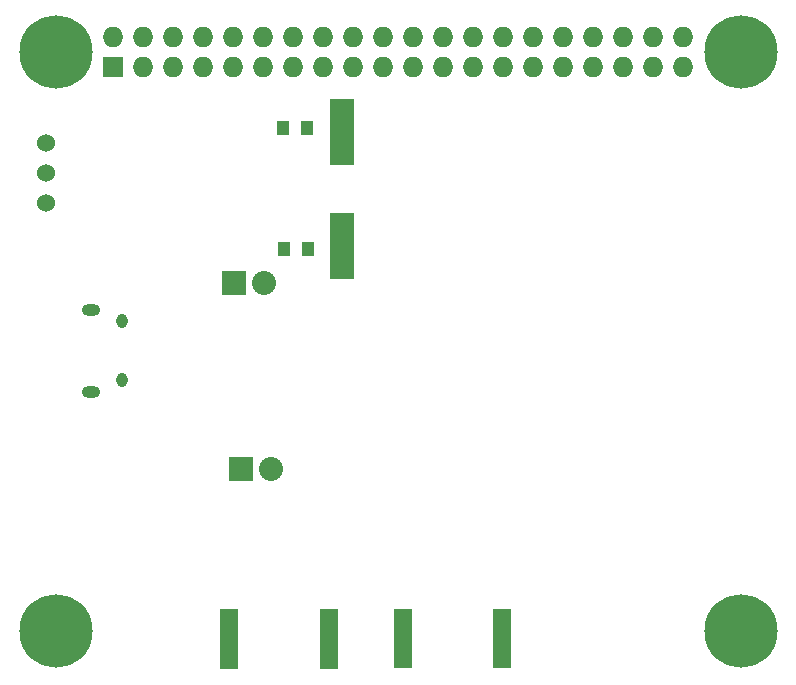
<source format=gbs>
G04 #@! TF.FileFunction,Soldermask,Bot*
%FSLAX46Y46*%
G04 Gerber Fmt 4.6, Leading zero omitted, Abs format (unit mm)*
G04 Created by KiCad (PCBNEW 4.0.6) date Wed Apr 19 01:03:26 2017*
%MOMM*%
%LPD*%
G01*
G04 APERTURE LIST*
%ADD10C,0.100000*%
%ADD11R,1.727200X1.727200*%
%ADD12O,1.727200X1.727200*%
%ADD13C,6.200000*%
%ADD14O,0.950000X1.250000*%
%ADD15O,1.550000X1.000000*%
%ADD16R,2.032000X2.032000*%
%ADD17O,2.032000X2.032000*%
%ADD18C,1.524000*%
%ADD19R,1.600000X2.500000*%
%ADD20R,1.000000X1.250000*%
%ADD21R,2.100580X5.600700*%
G04 APERTURE END LIST*
D10*
D11*
X83110000Y-98290000D03*
D12*
X83110000Y-95750000D03*
X85650000Y-98290000D03*
X85650000Y-95750000D03*
X88190000Y-98290000D03*
X88190000Y-95750000D03*
X90730000Y-98290000D03*
X90730000Y-95750000D03*
X93270000Y-98290000D03*
X93270000Y-95750000D03*
X95810000Y-98290000D03*
X95810000Y-95750000D03*
X98350000Y-98290000D03*
X98350000Y-95750000D03*
X100890000Y-98290000D03*
X100890000Y-95750000D03*
X103430000Y-98290000D03*
X103430000Y-95750000D03*
X105970000Y-98290000D03*
X105970000Y-95750000D03*
X108510000Y-98290000D03*
X108510000Y-95750000D03*
X111050000Y-98290000D03*
X111050000Y-95750000D03*
X113590000Y-98290000D03*
X113590000Y-95750000D03*
X116130000Y-98290000D03*
X116130000Y-95750000D03*
X118670000Y-98290000D03*
X118670000Y-95750000D03*
X121210000Y-98290000D03*
X121210000Y-95750000D03*
X123750000Y-98290000D03*
X123750000Y-95750000D03*
X126290000Y-98290000D03*
X126290000Y-95750000D03*
X128830000Y-98290000D03*
X128830000Y-95750000D03*
X131370000Y-98290000D03*
X131370000Y-95750000D03*
D13*
X136240000Y-97020000D03*
X136240000Y-146020000D03*
X78240000Y-146020000D03*
X78240000Y-97020000D03*
D14*
X83902540Y-119799100D03*
X83902540Y-124799100D03*
D15*
X81202540Y-118799100D03*
X81202540Y-125799100D03*
D16*
X93310000Y-116510000D03*
D17*
X95850000Y-116510000D03*
D18*
X77400000Y-107240000D03*
X77400000Y-104700000D03*
X77400000Y-109780000D03*
D19*
X101350000Y-145450000D03*
X101350000Y-147950000D03*
X92950000Y-145450000D03*
X92950000Y-147950000D03*
X116025000Y-145400000D03*
X116025000Y-147900000D03*
X107625000Y-145400000D03*
X107625000Y-147900000D03*
D16*
X93970000Y-132280000D03*
D17*
X96510000Y-132280000D03*
D20*
X97500000Y-103400000D03*
X99500000Y-103400000D03*
X97600000Y-113700000D03*
X99600000Y-113700000D03*
D21*
X102500000Y-103751140D03*
X102500000Y-113448860D03*
M02*

</source>
